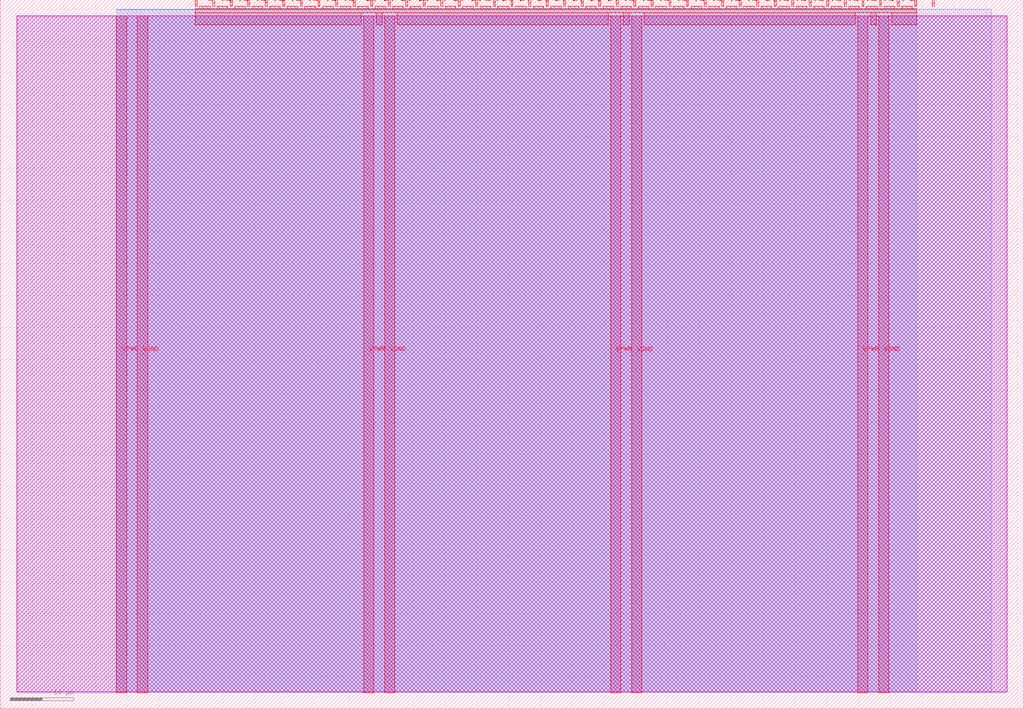
<source format=lef>
VERSION 5.7 ;
  NOWIREEXTENSIONATPIN ON ;
  DIVIDERCHAR "/" ;
  BUSBITCHARS "[]" ;
MACRO tt_um_wokwi_401771004690941953
  CLASS BLOCK ;
  FOREIGN tt_um_wokwi_401771004690941953 ;
  ORIGIN 0.000 0.000 ;
  SIZE 161.000 BY 111.520 ;
  PIN VGND
    DIRECTION INOUT ;
    USE GROUND ;
    PORT
      LAYER met4 ;
        RECT 21.580 2.480 23.180 109.040 ;
    END
    PORT
      LAYER met4 ;
        RECT 60.450 2.480 62.050 109.040 ;
    END
    PORT
      LAYER met4 ;
        RECT 99.320 2.480 100.920 109.040 ;
    END
    PORT
      LAYER met4 ;
        RECT 138.190 2.480 139.790 109.040 ;
    END
  END VGND
  PIN VPWR
    DIRECTION INOUT ;
    USE POWER ;
    PORT
      LAYER met4 ;
        RECT 18.280 2.480 19.880 109.040 ;
    END
    PORT
      LAYER met4 ;
        RECT 57.150 2.480 58.750 109.040 ;
    END
    PORT
      LAYER met4 ;
        RECT 96.020 2.480 97.620 109.040 ;
    END
    PORT
      LAYER met4 ;
        RECT 134.890 2.480 136.490 109.040 ;
    END
  END VPWR
  PIN clk
    DIRECTION INPUT ;
    USE SIGNAL ;
    ANTENNAGATEAREA 0.159000 ;
    PORT
      LAYER met4 ;
        RECT 143.830 110.520 144.130 111.520 ;
    END
  END clk
  PIN ena
    DIRECTION INPUT ;
    USE SIGNAL ;
    PORT
      LAYER met4 ;
        RECT 146.590 110.520 146.890 111.520 ;
    END
  END ena
  PIN rst_n
    DIRECTION INPUT ;
    USE SIGNAL ;
    PORT
      LAYER met4 ;
        RECT 141.070 110.520 141.370 111.520 ;
    END
  END rst_n
  PIN ui_in[0]
    DIRECTION INPUT ;
    USE SIGNAL ;
    PORT
      LAYER met4 ;
        RECT 138.310 110.520 138.610 111.520 ;
    END
  END ui_in[0]
  PIN ui_in[1]
    DIRECTION INPUT ;
    USE SIGNAL ;
    PORT
      LAYER met4 ;
        RECT 135.550 110.520 135.850 111.520 ;
    END
  END ui_in[1]
  PIN ui_in[2]
    DIRECTION INPUT ;
    USE SIGNAL ;
    PORT
      LAYER met4 ;
        RECT 132.790 110.520 133.090 111.520 ;
    END
  END ui_in[2]
  PIN ui_in[3]
    DIRECTION INPUT ;
    USE SIGNAL ;
    PORT
      LAYER met4 ;
        RECT 130.030 110.520 130.330 111.520 ;
    END
  END ui_in[3]
  PIN ui_in[4]
    DIRECTION INPUT ;
    USE SIGNAL ;
    PORT
      LAYER met4 ;
        RECT 127.270 110.520 127.570 111.520 ;
    END
  END ui_in[4]
  PIN ui_in[5]
    DIRECTION INPUT ;
    USE SIGNAL ;
    PORT
      LAYER met4 ;
        RECT 124.510 110.520 124.810 111.520 ;
    END
  END ui_in[5]
  PIN ui_in[6]
    DIRECTION INPUT ;
    USE SIGNAL ;
    PORT
      LAYER met4 ;
        RECT 121.750 110.520 122.050 111.520 ;
    END
  END ui_in[6]
  PIN ui_in[7]
    DIRECTION INPUT ;
    USE SIGNAL ;
    PORT
      LAYER met4 ;
        RECT 118.990 110.520 119.290 111.520 ;
    END
  END ui_in[7]
  PIN uio_in[0]
    DIRECTION INPUT ;
    USE SIGNAL ;
    PORT
      LAYER met4 ;
        RECT 116.230 110.520 116.530 111.520 ;
    END
  END uio_in[0]
  PIN uio_in[1]
    DIRECTION INPUT ;
    USE SIGNAL ;
    PORT
      LAYER met4 ;
        RECT 113.470 110.520 113.770 111.520 ;
    END
  END uio_in[1]
  PIN uio_in[2]
    DIRECTION INPUT ;
    USE SIGNAL ;
    PORT
      LAYER met4 ;
        RECT 110.710 110.520 111.010 111.520 ;
    END
  END uio_in[2]
  PIN uio_in[3]
    DIRECTION INPUT ;
    USE SIGNAL ;
    PORT
      LAYER met4 ;
        RECT 107.950 110.520 108.250 111.520 ;
    END
  END uio_in[3]
  PIN uio_in[4]
    DIRECTION INPUT ;
    USE SIGNAL ;
    PORT
      LAYER met4 ;
        RECT 105.190 110.520 105.490 111.520 ;
    END
  END uio_in[4]
  PIN uio_in[5]
    DIRECTION INPUT ;
    USE SIGNAL ;
    PORT
      LAYER met4 ;
        RECT 102.430 110.520 102.730 111.520 ;
    END
  END uio_in[5]
  PIN uio_in[6]
    DIRECTION INPUT ;
    USE SIGNAL ;
    PORT
      LAYER met4 ;
        RECT 99.670 110.520 99.970 111.520 ;
    END
  END uio_in[6]
  PIN uio_in[7]
    DIRECTION INPUT ;
    USE SIGNAL ;
    PORT
      LAYER met4 ;
        RECT 96.910 110.520 97.210 111.520 ;
    END
  END uio_in[7]
  PIN uio_oe[0]
    DIRECTION OUTPUT ;
    USE SIGNAL ;
    PORT
      LAYER met4 ;
        RECT 49.990 110.520 50.290 111.520 ;
    END
  END uio_oe[0]
  PIN uio_oe[1]
    DIRECTION OUTPUT ;
    USE SIGNAL ;
    PORT
      LAYER met4 ;
        RECT 47.230 110.520 47.530 111.520 ;
    END
  END uio_oe[1]
  PIN uio_oe[2]
    DIRECTION OUTPUT ;
    USE SIGNAL ;
    PORT
      LAYER met4 ;
        RECT 44.470 110.520 44.770 111.520 ;
    END
  END uio_oe[2]
  PIN uio_oe[3]
    DIRECTION OUTPUT ;
    USE SIGNAL ;
    PORT
      LAYER met4 ;
        RECT 41.710 110.520 42.010 111.520 ;
    END
  END uio_oe[3]
  PIN uio_oe[4]
    DIRECTION OUTPUT ;
    USE SIGNAL ;
    PORT
      LAYER met4 ;
        RECT 38.950 110.520 39.250 111.520 ;
    END
  END uio_oe[4]
  PIN uio_oe[5]
    DIRECTION OUTPUT ;
    USE SIGNAL ;
    PORT
      LAYER met4 ;
        RECT 36.190 110.520 36.490 111.520 ;
    END
  END uio_oe[5]
  PIN uio_oe[6]
    DIRECTION OUTPUT ;
    USE SIGNAL ;
    PORT
      LAYER met4 ;
        RECT 33.430 110.520 33.730 111.520 ;
    END
  END uio_oe[6]
  PIN uio_oe[7]
    DIRECTION OUTPUT ;
    USE SIGNAL ;
    PORT
      LAYER met4 ;
        RECT 30.670 110.520 30.970 111.520 ;
    END
  END uio_oe[7]
  PIN uio_out[0]
    DIRECTION OUTPUT ;
    USE SIGNAL ;
    PORT
      LAYER met4 ;
        RECT 72.070 110.520 72.370 111.520 ;
    END
  END uio_out[0]
  PIN uio_out[1]
    DIRECTION OUTPUT ;
    USE SIGNAL ;
    PORT
      LAYER met4 ;
        RECT 69.310 110.520 69.610 111.520 ;
    END
  END uio_out[1]
  PIN uio_out[2]
    DIRECTION OUTPUT ;
    USE SIGNAL ;
    PORT
      LAYER met4 ;
        RECT 66.550 110.520 66.850 111.520 ;
    END
  END uio_out[2]
  PIN uio_out[3]
    DIRECTION OUTPUT ;
    USE SIGNAL ;
    PORT
      LAYER met4 ;
        RECT 63.790 110.520 64.090 111.520 ;
    END
  END uio_out[3]
  PIN uio_out[4]
    DIRECTION OUTPUT ;
    USE SIGNAL ;
    PORT
      LAYER met4 ;
        RECT 61.030 110.520 61.330 111.520 ;
    END
  END uio_out[4]
  PIN uio_out[5]
    DIRECTION OUTPUT ;
    USE SIGNAL ;
    PORT
      LAYER met4 ;
        RECT 58.270 110.520 58.570 111.520 ;
    END
  END uio_out[5]
  PIN uio_out[6]
    DIRECTION OUTPUT ;
    USE SIGNAL ;
    PORT
      LAYER met4 ;
        RECT 55.510 110.520 55.810 111.520 ;
    END
  END uio_out[6]
  PIN uio_out[7]
    DIRECTION OUTPUT ;
    USE SIGNAL ;
    PORT
      LAYER met4 ;
        RECT 52.750 110.520 53.050 111.520 ;
    END
  END uio_out[7]
  PIN uo_out[0]
    DIRECTION OUTPUT ;
    USE SIGNAL ;
    ANTENNADIFFAREA 0.445500 ;
    PORT
      LAYER met4 ;
        RECT 94.150 110.520 94.450 111.520 ;
    END
  END uo_out[0]
  PIN uo_out[1]
    DIRECTION OUTPUT ;
    USE SIGNAL ;
    PORT
      LAYER met4 ;
        RECT 91.390 110.520 91.690 111.520 ;
    END
  END uo_out[1]
  PIN uo_out[2]
    DIRECTION OUTPUT ;
    USE SIGNAL ;
    PORT
      LAYER met4 ;
        RECT 88.630 110.520 88.930 111.520 ;
    END
  END uo_out[2]
  PIN uo_out[3]
    DIRECTION OUTPUT ;
    USE SIGNAL ;
    PORT
      LAYER met4 ;
        RECT 85.870 110.520 86.170 111.520 ;
    END
  END uo_out[3]
  PIN uo_out[4]
    DIRECTION OUTPUT ;
    USE SIGNAL ;
    ANTENNADIFFAREA 0.445500 ;
    PORT
      LAYER met4 ;
        RECT 83.110 110.520 83.410 111.520 ;
    END
  END uo_out[4]
  PIN uo_out[5]
    DIRECTION OUTPUT ;
    USE SIGNAL ;
    PORT
      LAYER met4 ;
        RECT 80.350 110.520 80.650 111.520 ;
    END
  END uo_out[5]
  PIN uo_out[6]
    DIRECTION OUTPUT ;
    USE SIGNAL ;
    PORT
      LAYER met4 ;
        RECT 77.590 110.520 77.890 111.520 ;
    END
  END uo_out[6]
  PIN uo_out[7]
    DIRECTION OUTPUT ;
    USE SIGNAL ;
    ANTENNADIFFAREA 0.445500 ;
    PORT
      LAYER met4 ;
        RECT 74.830 110.520 75.130 111.520 ;
    END
  END uo_out[7]
  OBS
      LAYER nwell ;
        RECT 2.570 2.635 158.430 108.990 ;
      LAYER li1 ;
        RECT 2.760 2.635 158.240 108.885 ;
      LAYER met1 ;
        RECT 2.760 2.480 158.240 109.040 ;
      LAYER met2 ;
        RECT 18.310 2.535 155.840 110.005 ;
      LAYER met3 ;
        RECT 18.290 2.555 144.170 109.985 ;
      LAYER met4 ;
        RECT 31.370 110.120 33.030 110.520 ;
        RECT 34.130 110.120 35.790 110.520 ;
        RECT 36.890 110.120 38.550 110.520 ;
        RECT 39.650 110.120 41.310 110.520 ;
        RECT 42.410 110.120 44.070 110.520 ;
        RECT 45.170 110.120 46.830 110.520 ;
        RECT 47.930 110.120 49.590 110.520 ;
        RECT 50.690 110.120 52.350 110.520 ;
        RECT 53.450 110.120 55.110 110.520 ;
        RECT 56.210 110.120 57.870 110.520 ;
        RECT 58.970 110.120 60.630 110.520 ;
        RECT 61.730 110.120 63.390 110.520 ;
        RECT 64.490 110.120 66.150 110.520 ;
        RECT 67.250 110.120 68.910 110.520 ;
        RECT 70.010 110.120 71.670 110.520 ;
        RECT 72.770 110.120 74.430 110.520 ;
        RECT 75.530 110.120 77.190 110.520 ;
        RECT 78.290 110.120 79.950 110.520 ;
        RECT 81.050 110.120 82.710 110.520 ;
        RECT 83.810 110.120 85.470 110.520 ;
        RECT 86.570 110.120 88.230 110.520 ;
        RECT 89.330 110.120 90.990 110.520 ;
        RECT 92.090 110.120 93.750 110.520 ;
        RECT 94.850 110.120 96.510 110.520 ;
        RECT 97.610 110.120 99.270 110.520 ;
        RECT 100.370 110.120 102.030 110.520 ;
        RECT 103.130 110.120 104.790 110.520 ;
        RECT 105.890 110.120 107.550 110.520 ;
        RECT 108.650 110.120 110.310 110.520 ;
        RECT 111.410 110.120 113.070 110.520 ;
        RECT 114.170 110.120 115.830 110.520 ;
        RECT 116.930 110.120 118.590 110.520 ;
        RECT 119.690 110.120 121.350 110.520 ;
        RECT 122.450 110.120 124.110 110.520 ;
        RECT 125.210 110.120 126.870 110.520 ;
        RECT 127.970 110.120 129.630 110.520 ;
        RECT 130.730 110.120 132.390 110.520 ;
        RECT 133.490 110.120 135.150 110.520 ;
        RECT 136.250 110.120 137.910 110.520 ;
        RECT 139.010 110.120 140.670 110.520 ;
        RECT 141.770 110.120 143.430 110.520 ;
        RECT 30.655 109.440 144.145 110.120 ;
        RECT 30.655 107.615 56.750 109.440 ;
        RECT 59.150 107.615 60.050 109.440 ;
        RECT 62.450 107.615 95.620 109.440 ;
        RECT 98.020 107.615 98.920 109.440 ;
        RECT 101.320 107.615 134.490 109.440 ;
        RECT 136.890 107.615 137.790 109.440 ;
        RECT 140.190 107.615 144.145 109.440 ;
  END
END tt_um_wokwi_401771004690941953
END LIBRARY


</source>
